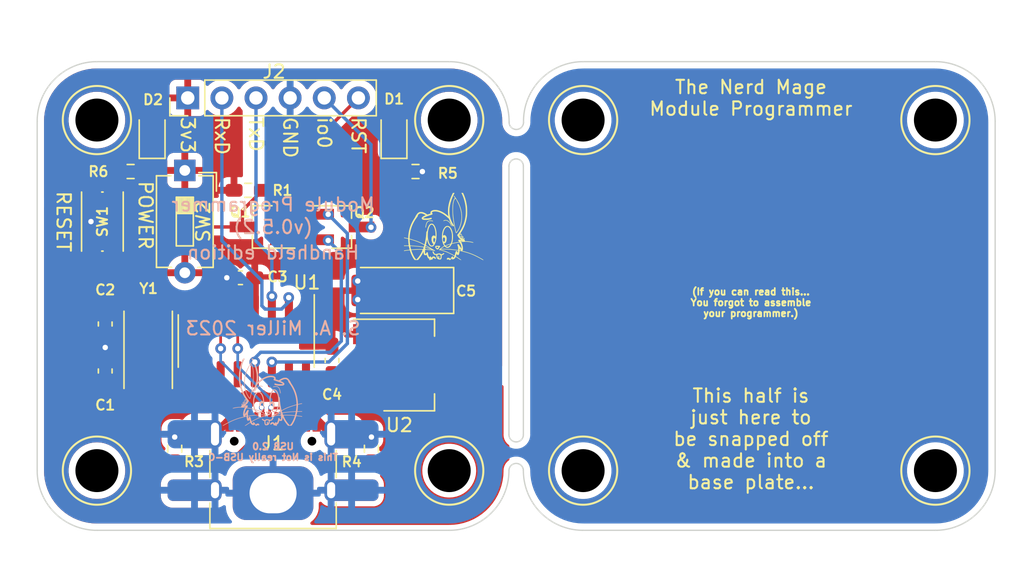
<source format=kicad_pcb>
(kicad_pcb (version 20211014) (generator pcbnew)
  (layers (0 "F.Cu" signal) (31 "B.Cu" signal) (34 "B.Paste" user) (35 "F.Paste" user) (36 "B.SilkS" user "B.Silkscreen") (37 "F.SilkS" user "F.Silkscreen") (38 "B.Mask" user) (39 "F.Mask" user) (44 "Edge.Cuts" user))
  (net 0 "")
  (net 1 "GND")
  (net 2 "Net-(C1-Pad1)")
  (net 3 "Net-(C2-Pad1)")
  (net 4 "RxD")
  (net 5 "TxD")
  (net 6 "RST")
  (net 7 "io0")
  (net 8 "DCD")
  (net 9 "RI")
  (net 10 "DSR")
  (net 11 "CTS")
  (net 12 "DTR")
  (net 13 "RTS")
  (net 14 "Vcc")
  (net 15 "UD+")
  (net 16 "UD-")
  (net 17 "+3.3V")
  (net 19 "Vsw")
  (net 22 "CC1")
  (net 23 "CC2")
  (net 24 "Net-(D1-Pad1)")
  (net 25 "Net-(D2-Pad1)")
  (footprint "Tinker:C_0603_1608Metric_Pad1.08x0.95mm_HandSolder" (layer "F.Cu") (at 137.51 109.217455 -90)
    (fp_text reference "C2" (at -2.54 0) (layer "F.SilkS") (effects (font (size 0.75 0.75))))
    (fp_text value "20p")
    (pad "1" smd roundrect (at -1.0625 0 270) (size 1.275 0.95) (layers "F.Cu" "F.Paste" "F.Mask") (net 3 "Net-(C2-Pad1)"))
    (pad "2" smd roundrect (at 1.0625 0 270) (size 1.275 0.95) (layers "F.Cu" "F.Paste" "F.Mask") (net 1 "GND"))
  )
  (footprint "Capacitor_Tantalum_SMD:CP_EIA-6032-28_Kemet-C_Pad2.25x2.35mm_HandSolder" (layer "F.Cu") (at 159.505545 106.722019 180)
    (fp_text reference "C5" (at -4.857981 -0.04394) (layer "F.SilkS") (effects (font (size 0.75 0.75))))
    (fp_text value "22uf")
    (pad "1" smd roundrect (at -2.55 0 180) (size 2.25 2.35) (layers "F.Cu" "F.Paste" "F.Mask") (roundrect_rratio 0.1111111111) (net 17 "+3.3V"))
    (pad "2" smd roundrect (at 2.55 0 180) (size 2.25 2.35) (layers "F.Cu" "F.Paste" "F.Mask") (roundrect_rratio 0.1111111111) (net 1 "GND"))
  )
  (footprint "Tinker:Mount" (layer "F.Cu") (at 136.892 120.139455)
    (fp_text reference "REF**" hide)
    (fp_text value "Mount" hide)
    (pad "" np_thru_hole circle (at 0 0) (size 3.2 3.2) (drill 3.2) (layers *.Mask))
  )
  (footprint "Tinker:USB_C_Receptacle_HRO_TYPE-C-31-M-12" (layer "F.Cu") (at 150 120.547455)
    (fp_text reference "J1" (at 0 -2.44) (layer "F.SilkS"))
    (fp_text value "USB_C_Receptacle_USB2.0")
    (pad "" np_thru_hole circle (at -2.89 -2.6) (size 0.65 0.65) (drill 0.65) (layers *.Mask))
    (pad "" np_thru_hole circle (at 2.89 -2.6) (size 0.65 0.65) (drill 0.65) (layers *.Mask))
    (pad "A1" smd rect (at -3.25 -4.045) (size 0.6 1.45) (layers "F.Cu" "F.Paste" "F.Mask") (net 1 "GND"))
    (pad "A4" smd rect (at -2.45 -4.045) (size 0.6 1.45) (layers "F.Cu" "F.Paste" "F.Mask") (net 14 "Vcc"))
    (pad "A5" smd rect (at -1.25 -4.045) (size 0.3 1.45) (layers "F.Cu" "F.Paste" "F.Mask") (net 22 "CC1"))
    (pad "A6" smd rect (at -0.25 -4.045) (size 0.3 1.45) (layers "F.Cu" "F.Paste" "F.Mask") (net 15 "UD+"))
    (pad "A7" smd rect (at 0.25 -4.045) (size 0.3 1.45) (layers "F.Cu" "F.Paste" "F.Mask") (net 16 "UD-"))
    (pad "A8" smd rect (at 1.25 -4.045) (size 0.3 1.45) (layers "F.Cu" "F.Paste" "F.Mask"))
    (pad "A9" smd rect (at 2.45 -4.045) (size 0.6 1.45) (layers "F.Cu" "F.Paste" "F.Mask") (net 14 "Vcc"))
    (pad "A12" smd rect (at 3.25 -4.045) (size 0.6 1.45) (layers "F.Cu" "F.Paste" "F.Mask") (net 1 "GND"))
    (pad "B1" smd rect (at 3.25 -4.045) (size 0.6 1.45) (layers "F.Cu" "F.Paste" "F.Mask") (net 1 "GND"))
    (pad "B4" smd rect (at 2.45 -4.045) (size 0.6 1.45) (layers "F.Cu" "F.Paste" "F.Mask") (net 14 "Vcc"))
    (pad "B5" smd rect (at 1.75 -4.045) (size 0.3 1.45) (layers "F.Cu" "F.Paste" "F.Mask") (net 23 "CC2"))
    (pad "B6" smd rect (at 0.75 -4.045) (size 0.3 1.45) (layers "F.Cu" "F.Paste" "F.Mask") (net 15 "UD+"))
    (pad "B7" smd rect (at -0.75 -4.045) (size 0.3 1.45) (layers "F.Cu" "F.Paste" "F.Mask") (net 16 "UD-"))
    (pad "B8" smd rect (at -1.75 -4.045) (size 0.3 1.45) (layers "F.Cu" "F.Paste" "F.Mask"))
    (pad "B9" smd rect (at -2.45 -4.045) (size 0.6 1.45) (layers "F.Cu" "F.Paste" "F.Mask") (net 14 "Vcc"))
    (pad "B12" smd rect (at -3.25 -4.045) (size 0.6 1.45) (layers "F.Cu" "F.Paste" "F.Mask") (net 1 "GND"))
    (pad "S1" smd roundrect (at -5.846965 -3.118205) (size 4 2.1) (layers "B.Cu" "B.Paste" "B.Mask") (net 1 "GND"))
    (pad "S1" thru_hole oval (at 4.32 -3.13) (size 1 2.1) (drill oval 0.6 1.7) (layers *.Cu *.Mask) (net 1 "GND"))
    (pad "S1" smd roundrect (at 5.096965 -3.118205) (size 2.5 2.1) (layers "F.Cu" "F.Paste" "F.Mask") (net 1 "GND"))
    (pad "S1" smd roundrect (at -5.846965 1.05) (size 4 1.6) (layers "F.Cu" "F.Paste" "F.Mask") (net 1 "GND"))
    (pad "S1" smd roundrect (at -5.846965 1.05) (size 4 1.6) (layers "B.Cu" "B.Paste" "B.Mask") (net 1 "GND"))
    (pad "S1" thru_hole oval (at 4.32 1.05) (size 1 1.6) (drill oval 0.6 1.2) (layers *.Cu *.Mask) (net 1 "GND"))
    (pad "S1" thru_hole oval (at -4.32 1.05) (size 1 1.6) (drill oval 0.6 1.2) (layers *.Cu *.Mask) (net 1 "GND"))
    (pad "S1" thru_hole oval (at -4.32 -3.13) (size 1 2.1) (drill oval 0.6 1.7) (layers *.Cu *.Mask) (net 1 "GND"))
    (pad "S1" smd roundrect (at 5.846965 1.05) (size 4 1.6) (layers "B.Cu" "B.Paste" "B.Mask") (net 1 "GND"))
    (pad "S1" smd roundrect (at 5.846965 1.05) (size 4 1.6) (layers "F.Cu" "F.Paste" "F.Mask") (net 1 "GND"))
    (pad "S1" thru_hole roundrect (at 0 1.27 180) (size 6 4) (drill oval 3.5 3) (layers *.Cu *.Mask) (net 1 "GND"))
    (pad "S1" smd roundrect (at 5.846965 -3.118205) (size 4 2.1) (layers "B.Cu" "B.Paste" "B.Mask") (net 1 "GND"))
    (pad "S1" smd roundrect (at -5.096965 -3.118205) (size 2.5 2.1) (layers "F.Cu" "F.Paste" "F.Mask") (net 1 "GND"))
  )
  (footprint "Tinker:Mount" (layer "F.Cu") (at 199.288 94.029455)
    (fp_text reference "REF**" hide)
    (fp_text value "Mount" hide)
    (pad "" np_thru_hole circle (at 0 0) (size 3.2 3.2) (drill 3.2) (layers *.Mask))
  )
  (footprint "Tinker:Mount" (layer "F.Cu") (at 163.108 120.139455)
    (fp_text reference "REF**" hide)
    (fp_text value "Mount" hide)
    (pad "" np_thru_hole circle (at 0 0) (size 3.2 3.2) (drill 3.2) (layers *.Mask))
  )
  (footprint "Crystal:Crystal_SMD_5032-2Pin_5.0x3.2mm" (layer "F.Cu") (at 140.706663 110.967455 90)
    (fp_text reference "Y1" (at 4.39 0.031943) (layer "F.SilkS") (effects (font (size 0.75 0.75))))
    (fp_text value "12M")
    (pad "1" smd rect (at -2.35 0 90) (size 3 2.4) (layers "F.Cu" "F.Paste" "F.Mask") (net 2 "Net-(C1-Pad1)"))
    (pad "2" smd rect (at 2.35 0 90) (size 3 2.4) (layers "F.Cu" "F.Paste" "F.Mask") (net 3 "Net-(C2-Pad1)"))
  )
  (footprint "Tinker:Mount" (layer "F.Cu") (at 173.072 120.139455)
    (fp_text reference "REF**" hide)
    (fp_text value "Mount" hide)
    (pad "" np_thru_hole circle (at 0 0) (size 3.2 3.2) (drill 3.2) (layers *.Mask))
  )
  (footprint "Tinker:PinHeader_1x06_P2.54mm_Vertical" (layer "F.Cu") (at 143.65 92.38 90)
    (fp_text reference "J2" (at 1.957324 6.425184 180) (layer "F.SilkS"))
    (fp_text value "Conn_01x06_Male")
    (pad "1" thru_hole rect (at 0 0 90) (size 1.7 1.7) (drill 1) (layers *.Cu *.Mask) (net 19 "Vsw"))
    (pad "2" thru_hole oval (at 0 2.54 90) (size 1.7 1.7) (drill 1) (layers *.Cu *.Mask) (net 4 "RxD"))
    (pad "3" thru_hole oval (at 0 5.08 90) (size 1.7 1.7) (drill 1) (layers *.Cu *.Mask) (net 5 "TxD"))
    (pad "4" thru_hole oval (at 0 7.62 90) (size 1.7 1.7) (drill 1) (layers *.Cu *.Mask) (net 1 "GND"))
    (pad "5" thru_hole oval (at 0 10.16 90) (size 1.7 1.7) (drill 1) (layers *.Cu *.Mask) (net 7 "io0"))
    (pad "6" thru_hole oval (at 0 12.7 90) (size 1.7 1.7) (drill 1) (layers *.Cu *.Mask) (net 6 "RST"))
  )
  (footprint "Package_TO_SOT_SMD:SOT-23_Handsoldering" (layer "F.Cu") (at 149.221453 101.990491 180)
    (fp_text reference "Q1" (at 1.674448 1.113434) (layer "F.SilkS") (effects (font (size 0.75 0.75))))
    (fp_text value "MMBT3904")
    (pad "1" smd rect (at -1.5 -0.95 180) (size 1.9 0.8) (layers "F.Cu" "F.Paste" "F.Mask") (net 12 "DTR"))
    (pad "2" smd rect (at -1.5 0.95 180) (size 1.9 0.8) (layers "F.Cu" "F.Paste" "F.Mask") (net 13 "RTS"))
    (pad "3" smd rect (at 1.5 0 180) (size 1.9 0.8) (layers "F.Cu" "F.Paste" "F.Mask") (net 6 "RST"))
  )
  (footprint "Tinker:R_0603_1608Metric_Pad0.98x0.95mm_HandSolder" (layer "F.Cu") (at 142.68 118.507455 90)
    (fp_text reference "R3" (at -0.9668 1.439812) (layer "F.SilkS") (effects (font (size 0.75 0.75))))
    (fp_text value "5k1")
    (pad "1" smd roundrect (at -1.0625 0 90) (size 1.275 0.95) (layers "F.Cu" "F.Paste" "F.Mask") (net 22 "CC1"))
    (pad "2" smd roundrect (at 1.0625 0 90) (size 1.275 0.95) (layers "F.Cu" "F.Paste" "F.Mask") (net 1 "GND"))
  )
  (footprint "Tinker:R_0603_1608Metric_Pad0.98x0.95mm_HandSolder" (layer "F.Cu") (at 157.32 118.507455 90)
    (fp_text reference "R4" (at -0.979818 -1.470937) (layer "F.SilkS") (effects (font (size 0.75 0.75))))
    (fp_text value "5k1")
    (pad "1" smd roundrect (at -1.0625 0 90) (size 1.275 0.95) (layers "F.Cu" "F.Paste" "F.Mask") (net 23 "CC2"))
    (pad "2" smd roundrect (at 1.0625 0 90) (size 1.275 0.95) (layers "F.Cu" "F.Paste" "F.Mask") (net 1 "GND"))
  )
  (footprint "Tinker:Mount" (layer "F.Cu") (at 136.892 94.029455)
    (fp_text reference "REF**" hide)
    (fp_text value "Mount" hide)
    (pad "" np_thru_hole circle (at 0 0) (size 3.2 3.2) (drill 3.2) (layers *.Mask))
  )
  (footprint "Tinker:SW_DIP_SPSTx01_Slide_6.7x4.1mm_W7.62mm_P2.54mm_LowProfile" (layer "F.Cu") (at 143.433 101.590491 -90)
    (fp_text reference "SW2" (at 0.009624 -1.373823 90) (layer "F.SilkS"))
    (fp_text value "SW_DIP_x01")
    (pad "1" thru_hole rect (at -3.81 0 270) (size 1.6 1.6) (drill 0.8) (layers *.Cu *.Mask) (net 19 "Vsw"))
    (pad "2" thru_hole oval (at 3.81 0 270) (size 1.6 1.6) (drill 0.8) (layers *.Cu *.Mask) (net 17 "+3.3V"))
  )
  (footprint "Tinker:C_0603_1608Metric_Pad1.08x0.95mm_HandSolder" (layer "F.Cu") (at 154.387518 111.930933 90)
    (fp_text reference "C4" (at -2.54 0) (layer "F.SilkS") (effects (font (size 0.75 0.75))))
    (fp_text value "100nf")
    (pad "1" smd roundrect (at -1.0625 0 90) (size 1.275 0.95) (layers "F.Cu" "F.Paste" "F.Mask") (net 14 "Vcc"))
    (pad "2" smd roundrect (at 1.0625 0 90) (size 1.275 0.95) (layers "F.Cu" "F.Paste" "F.Mask") (net 1 "GND"))
  )
  (footprint "Package_SO:SOIC-16_3.9x9.9mm_P1.27mm" (layer "F.Cu") (at 148.005 110.487455 -90)
    (fp_text reference "U1" (at -4.358951 -4.515147) (layer "F.SilkS"))
    (fp_text value "CH340G")
    (pad "1" smd roundrect (at -2.475 -4.445 270) (size 1.95 0.6) (layers "F.Cu" "F.Paste" "F.Mask") (net 1 "GND"))
    (pad "2" smd roundrect (at -2.475 -3.175 270) (size 1.95 0.6) (layers "F.Cu" "F.Paste" "F.Mask") (net 4 "RxD"))
    (pad "3" smd roundrect (at -2.475 -1.905 270) (size 1.95 0.6) (layers "F.Cu" "F.Paste" "F.Mask") (net 5 "TxD"))
    (pad "4" smd roundrect (at -2.475 -0.635 270) (size 1.95 0.6) (layers "F.Cu" "F.Paste" "F.Mask") (net 17 "+3.3V"))
    (pad "5" smd roundrect (at -2.475 0.635 270) (size 1.95 0.6) (layers "F.Cu" "F.Paste" "F.Mask") (net 15 "UD+"))
    (pad "6" smd roundrect (at -2.475 1.905 270) (size 1.95 0.6) (layers "F.Cu" "F.Paste" "F.Mask") (net 16 "UD-"))
    (pad "7" smd roundrect (at -2.475 3.175 270) (size 1.95 0.6) (layers "F.Cu" "F.Paste" "F.Mask") (net 2 "Net-(C1-Pad1)"))
    (pad "8" smd roundrect (at -2.475 4.445 270) (size 1.95 0.6) (layers "F.Cu" "F.Paste" "F.Mask") (net 3 "Net-(C2-Pad1)"))
    (pad "9" smd roundrect (at 2.475 4.445 270) (size 1.95 0.6) (layers "F.Cu" "F.Paste" "F.Mask") (net 11 "CTS"))
    (pad "10" smd roundrect (at 2.475 3.175 270) (size 1.95 0.6) (layers "F.Cu" "F.Paste" "F.Mask") (net 10 "DSR"))
    (pad "11" smd roundrect (at 2.475 1.905 270) (size 1.95 0.6) (layers "F.Cu" "F.Paste" "F.Mask") (net 9 "RI"))
    (pad "12" smd roundrect (at 2.475 0.635 270) (size 1.95 0.6) (layers "F.Cu" "F.Paste" "F.Mask") (net 8 "DCD"))
    (pad "13" smd roundrect (at 2.475 -0.635 270) (size 1.95 0.6) (layers "F.Cu" "F.Paste" "F.Mask") (net 12 "DTR"))
    (pad "14" smd roundrect (at 2.475 -1.905 270) (size 1.95 0.6) (layers "F.Cu" "F.Paste" "F.Mask") (net 13 "RTS"))
    (pad "15" smd roundrect (at 2.475 -3.175 270) (size 1.95 0.6) (layers "F.Cu" "F.Paste" "F.Mask"))
    (pad "16" smd roundrect (at 2.475 -4.445 270) (size 1.95 0.6) (layers "F.Cu" "F.Paste" "F.Mask") (net 14 "Vcc"))
  )
  (footprint "Tinker:R_0603_1608Metric_Pad0.98x0.95mm_HandSolder" (layer "F.Cu") (at 160.6 97.862287)
    (fp_text reference "R5" (at 2.4 0.134539 180) (layer "F.SilkS") (effects (font (size 0.75 0.75))))
    (fp_text value "2K2")
    (pad "1" smd roundrect (at -1.0625 0) (size 1.275 0.95) (layers "F.Cu" "F.Paste" "F.Mask") (net 24 "Net-(D1-Pad1)"))
    (pad "2" smd roundrect (at 1.0625 0) (size 1.275 0.95) (layers "F.Cu" "F.Paste" "F.Mask") (net 1 "GND"))
  )
  (footprint "Rabbit:rabbit" (layer "F.Cu") (at 163.073996 101.952784)
    (fp_text reference "G***" hide)
    (fp_text value "LOGO" hide)
  )
  (footprint "Tinker:Mount" (layer "F.Cu") (at 173.072 94.029455)
    (fp_text reference "REF**" hide)
    (fp_text value "Mount" hide)
    (pad "" np_thru_hole circle (at 0 0) (size 3.2 3.2) (drill 3.2) (layers *.Mask))
  )
  (footprint "Tinker:SW_Push_TS273014TP" (layer "F.Cu") (at 137.3 101.590491 -90)
    (fp_text reference "SW1" (at 0 0 90) (layer "F.SilkS") (effects (font (size 0.75 0.75))))
    (fp_text value "SW_Push")
    (pad "1" smd rect (at -1.85 -0.85 270) (size 1.6 0.6) (layers "F.Cu" "F.Paste" "F.Mask") (net 6 "RST"))
    (pad "1" smd rect (at 1.85 -0.85 270) (size 1.6 0.6) (layers "F.Cu" "F.Paste" "F.Mask") (net 6 "RST"))
    (pad "2" smd rect (at -1.85 0.85 270) (size 1.6 0.6) (layers "F.Cu" "F.Paste" "F.Mask") (net 1 "GND"))
    (pad "2" smd rect (at 1.85 0.85 270) (size 1.6 0.6) (layers "F.Cu" "F.Paste" "F.Mask") (net 1 "GND"))
  )
  (footprint "Package_TO_SOT_SMD:SOT-23_Handsoldering" (layer "F.Cu") (at 155.08 101.994172)
    (fp_text reference "Q2" (at 1.710332 -1.073861) (layer "F.SilkS") (effects (font (size 0.75 0.75))))
    (fp_text value "MMBT3904")
    (pad "1" smd rect (at -1.5 -0.95) (size 1.9 0.8) (layers "F.Cu" "F.Paste" "F.Mask") (net 13 "RTS"))
    (pad "2" smd rect (at -1.5 0.95) (size 1.9 0.8) (layers "F.Cu" "F.Paste" "F.Mask") (net 12 "DTR"))
    (pad "3" smd rect (at 1.5 0) (size 1.9 0.8) (layers "F.Cu" "F.Paste" "F.Mask") (net 7 "io0"))
  )
  (footprint "Tinker:R_0603_1608Metric_Pad0.98x0.95mm_HandSolder" (layer "F.Cu") (at 139.4 97.862287 180)
    (fp_text reference "R6" (at 2.4 -0.00632 180) (layer "F.SilkS") (effects (font (size 0.75 0.75))))
    (fp_text value "2K2")
    (pad "1" smd roundrect (at -1.0625 0 180) (size 1.275 0.95) (layers "F.Cu" "F.Paste" "F.Mask") (net 25 "Net-(D2-Pad1)"))
    (pad "2" smd roundrect (at 1.0625 0 180) (size 1.275 0.95) (layers "F.Cu" "F.Paste" "F.Mask") (net 1 "GND"))
  )
  (footprint "LED_SMD:LED_0805_2012Metric_Pad1.15x1.40mm_HandSolder" (layer "F.Cu") (at 159 95.025 90)
    (fp_text reference "D1" (at 2.560701 0.00966) (layer "F.SilkS") (effects (font (size 0.75 0.75))))
    (fp_text value "LED")
    (pad "1" smd roundrect (at -1.025 0 90) (size 1.15 1.4) (layers "F.Cu" "F.Paste" "F.Mask") (roundrect_rratio 0.2173913043) (net 24 "Net-(D1-Pad1)"))
    (pad "2" smd roundrect (at 1.025 0 90) (size 1.15 1.4) (layers "F.Cu" "F.Paste" "F.Mask") (roundrect_rratio 0.2173913043) (net 17 "+3.3V"))
  )
  (footprint "Tinker:C_0603_1608Metric_Pad1.08x0.95mm_HandSolder" (layer "F.Cu") (at 137.51 112.717455 90)
    (fp_text reference "C1" (at -2.54 0) (layer "F.SilkS") (effects (font (size 0.75 0.75))))
    (fp_text value "20p")
    (pad "1" smd roundrect (at -1.0625 0 90) (size 1.275 0.95) (layers "F.Cu" "F.Paste" "F.Mask") (net 2 "Net-(C1-Pad1)"))
    (pad "2" smd roundrect (at 1.0625 0 90) (size 1.275 0.95) (layers "F.Cu" "F.Paste" "F.Mask") (net 1 "GND"))
  )
  (footprint "LED_SMD:LED_0805_2012Metric_Pad1.15x1.40mm_HandSolder" (layer "F.Cu") (at 141 95.025 90)
    (fp_text reference "D2" (at 2.511709 0.071764 180) (layer "F.SilkS") (effects (font (size 0.75 0.75))))
    (fp_text value "LED")
    (pad "1" smd roundrect (at -1.025 0 90) (size 1.15 1.4) (layers "F.Cu" "F.Paste" "F.Mask") (roundrect_rratio 0.2173913043) (net 25 "Net-(D2-Pad1)"))
    (pad "2" smd roundrect (at 1.025 0 90) (size 1.15 1.4) (layers "F.Cu" "F.Paste" "F.Mask") (roundrect_rratio 0.2173913043) (net 19 "Vsw"))
  )
  (footprint "Tinker:Mount" (layer "F.Cu") (at 199.288 120.139455)
    (fp_text reference "REF**" hide)
    (fp_text value "Mount" hide)
    (pad "" np_thru_hole circle (at 0 0) (size 3.2 3.2) (drill 3.2) (layers *.Mask))
  )
  (footprint "Package_TO_SOT_SMD:SOT-223-3_TabPin2" (layer "F.Cu") (at 160.105545 112.273364)
    (fp_text reference "U2" (at -0.711477 4.476729) (layer "F.SilkS"))
    (fp_text value "AMS1117-3.3")
    (pad "1" smd rect (at -3.15 -2.3) (size 2 1.5) (layers "F.Cu" "F.Paste" "F.Mask") (net 1 "GND"))
    (pad "2" smd rect (at -3.15 0) (size 2 1.5) (layers "F.Cu" "F.Paste" "F.Mask") (net 17 "+3.3V"))
    (pad "2" smd rect (at 3.15 0) (size 2 3.8) (layers "F.Cu" "F.Paste" "F.Mask") (net 17 "+3.3V"))
    (pad "3" smd rect (at -3.15 2.3) (size 2 1.5) (layers "F.Cu" "F.Paste" "F.Mask") (net 14 "Vcc"))
  )
  (footprint "Tinker:C_0603_1608Metric_Pad1.08x0.95mm_HandSolder" (layer "F.Cu") (at 147.57359 105.77372 180)
    (fp_text reference "C3" (at -2.75772 0.06892) (layer "F.SilkS") (effects (font (size 0.75 0.75))))
    (fp_text value "10nf")
    (pad "1" smd roundrect (at -1.0625 0 180) (size 1.275 0.95) (layers "F.Cu" "F.Paste" "F.Mask") (net 17 "+3.3V"))
    (pad "2" smd roundrect (at 1.0625 0 180) (size 1.275 0.95) (layers "F.Cu" "F.Paste" "F.Mask") (net 1 "GND"))
  )
  (footprint "Tinker:R_0603_1608Metric_Pad0.98x0.95mm_HandSolder" (layer "F.Cu") (at 148.154241 99.262498)
    (fp_text reference "R1" (at 2.545759 0.006202) (layer "F.SilkS") (effects (font (size 0.75 0.75))))
    (fp_text value "10K")
    (pad "1" smd roundrect (at -1.0625 0) (size 1.275 0.95) (layers "F.Cu" "F.Paste" "F.Mask") (net 19 "Vsw"))
    (pad "2" smd roundrect (at 1.0625 0) (size 1.275 0.95) (layers "F.Cu" "F.Paste" "F.Mask") (net 6 "RST"))
  )
  (footprint "Tinker:Mount" (layer "F.Cu") (at 163.108 94.029455)
    (fp_text reference "REF**" hide)
    (fp_text value "Mount" hide)
    (pad "" np_thru_hole circle (at 0 0) (size 3.2 3.2) (drill 3.2) (layers *.Mask))
  )
  (footprint "Rabbit:rabbit" (layer "B.Cu") (at 148.83 114.297455 180)
    (fp_text reference "G***" hide)
    (fp_text value "LOGO" hide)
  )
  (gr_line (start 163.108 89.679545) (end 136.892001 89.679545) (layer "Edge.Cuts") (width 0.1))
  (gr_arc (start 132.447 94.124546) (mid 133.748933 90.981497) (end 136.892001 89.679545) (layer "Edge.Cuts") (width 0.1))
  (gr_arc (start 203.733 120.139454) (mid 202.431112 123.282566) (end 199.288 124.584454) (layer "Edge.Cuts") (width 0.1))
  (gr_arc (start 168.63807 94.191881) (mid 169.908926 91.006043) (end 173.072001 89.679545) (layer "Edge.Cuts") (width 0.1))
  (gr_arc (start 199.288 89.679544) (mid 202.431113 90.981451) (end 203.733001 94.124545) (layer "Edge.Cuts") (width 0.1))
  (gr_arc (start 173.072 124.584454) (mid 169.92892 123.282534) (end 168.627 120.139454) (layer "Edge.Cuts") (width 0.1))
  (gr_arc (start 167.553 120.139454) (mid 166.25109 123.282544) (end 163.108 124.584454) (layer "Edge.Cuts") (width 0.1))
  (gr_line (start 203.733 120.139454) (end 203.733001 94.124545) (layer "Edge.Cuts") (width 0.1))
  (gr_arc (start 168.63807 94.191881) (mid 168.10107 94.728881) (end 167.56407 94.191881) (layer "Edge.Cuts") (width 0.1))
  (gr_arc (start 167.553 97.46) (mid 168.09 96.923) (end 168.627 97.46) (layer "Edge.Cuts") (width 0.1))
  (gr_arc (start 163.108 89.679544) (mid 166.278873 91.004631) (end 167.56407 94.191881) (layer "Edge.Cuts") (width 0.1))
  (gr_arc (start 167.553 120.139454) (mid 168.09 119.602454) (end 168.627 120.139454) (layer "Edge.Cuts") (width 0.1))
  (gr_line (start 168.627 97.46) (end 168.627 117.463) (layer "Edge.Cuts") (width 0.1))
  (gr_line (start 136.892 124.584454) (end 163.108 124.584454) (layer "Edge.Cuts") (width 0.1))
  (gr_arc (start 168.627 117.463) (mid 168.09 118) (end 167.553 117.463) (layer "Edge.Cuts") (width 0.1))
  (gr_line (start 199.288 89.679544) (end 173.072001 89.679545) (layer "Edge.Cuts") (width 0.1))
  (gr_line (start 173.072 124.584454) (end 199.288 124.584454) (layer "Edge.Cuts") (width 0.1))
  (gr_line (start 132.447 94.124546) (end 132.447 120.139454) (layer "Edge.Cuts") (width 0.1))
  (gr_arc (start 136.892 124.584454) (mid 133.748911 123.282544) (end 132.447 120.139454) (layer "Edge.Cuts") (width 0.1))
  (gr_line (start 167.553 97.46) (end 167.553 117.463) (layer "Edge.Cuts") (width 0.1))
  (gr_text "Handheld edition" (at 150 103.896439) (layer "B.SilkS") (effects (font (size 1 1)) (justify mirror)))
  (gr_text "Module Programmer" (at 150 100.327455) (layer "B.SilkS") (effects (font (size 1 1)) (justify mirror)))
  (gr_text "USB 2.0\nThis is Not really USB-C" (at 149.999999 118.742813) (layer "B.SilkS") (effects (font (size 0.5 0.5) (thickness 0.125)) (justify mirror)))
  (gr_text "S. A. Miller 2023" (at 150 109.541155) (layer "B.SilkS") (effects (font (size 1 1)) (justify mirror)))
  (gr_text "(v0.5.2)" (at 150 101.997455) (layer "B.SilkS") (effects (font (size 1 1)) (justify mirror)))
  (gr_text "io0" (at 153.81 93.71 -90) (layer "F.SilkS") (effects (font (size 1 1)) (justify left)))
  (gr_text "TxD" (at 148.73 93.71 -90) (layer "F.SilkS") (effects (font (size 1 1)) (justify left)))
  (gr_text "RST" (at 156.35 93.71 -90) (layer "F.SilkS") (effects (font (size 1 1)) (justify left)))
  (gr_text "POWER" (at 140.509453 101.121199 270) (layer "F.SilkS") (effects (font (size 1 1))))
  (gr_text "GND" (at 151.27 93.71 -90) (layer "F.SilkS") (effects (font (size 1 1)) (justify left)))
  (gr_text "(If you can read this...\nYou forgot to assemble\nyour programmer.)" (at 185.56 107.62) (layer "F.SilkS") (effects (font (size 0.5 0.5) (thickness 0.125))))
  (gr_text "This half is\njust here to\nbe snapped off\n& made into a\nbase plate..." (at 185.56 117.78) (layer "F.SilkS") (effects (font (size 1 1))))
  (gr_text "RESET" (at 134.409789 101.590491 270) (layer "F.SilkS") (effects (font (size 1 1))))
  (gr_text "3v3" (at 143.65 93.71 -90) (layer "F.SilkS") (effects (font (size 1 1)) (justify left)))
  (gr_text "RxD" (at 146.19 93.71 -90) (layer "F.SilkS") (effects (font (size 1 1)) (justify left)))
  (gr_text "The Nerd Mage\nModule Programmer" (at 185.56 92.38) (layer "F.SilkS") (effects (font (size 1 1))))
  (segment (start 146.595 116.502455) (end 145.68 117.417455) (width 0.6) (layer "F.Cu") (net 1))
  (segment (start 146.75 116.502455) (end 146.595 116.502455) (width 0.6) (layer "F.Cu") (net 1))
  (segment (start 153.25 116.502455) (end 153.405 116.502455) (width 0.6) (layer "F.Cu") (net 1))
  (segment (start 142.68 117.637455) (end 144.69483 117.637455) (width 0.25) (layer "F.Cu") (net 1))
  (segment (start 153.405 116.502455) (end 154.32 117.417455) (width 0.6) (layer "F.Cu") (net 1))
  (segment (start 136.45 98.461045) (end 136.45 99.740491) (width 0.25) (layer "F.Cu") (net 1))
  (segment (start 138.3375 97.862287) (end 137.048758 97.862287) (width 0.25) (layer "F.Cu") (net 1))
  (segment (start 136.45 99.740491) (end 136.45 103.440491) (width 0.25) (layer "F.Cu") (net 1))
  (segment (start 157.32 117.637455) (end 155.30517 117.637455) (width 0.25) (layer "F.Cu") (net 1))
  (segment (start 144.69483 117.637455) (end 144.903035 117.42925) (width 0.25) (layer "F.Cu") (net 1))
  (segment (start 155.30517 117.637455) (end 155.096965 117.42925) (width 0.25) (layer "F.Cu") (net 1))
  (segment (start 137.048758 97.862287) (end 136.45 98.461045) (width 0.25) (layer "F.Cu") (net 1))
  (via (at 146.55759 105.77372) (size 0.8) (drill 0.4) (layers "F.Cu" "B.Cu") (net 1))
  (via (at 142.68 117.637455) (size 0.8) (drill 0.4) (layers "F.Cu" "B.Cu") (net 1))
  (via (at 137.51 110.967455) (size 0.8) (drill 0.4) (layers "F.Cu" "B.Cu") (net 1))
  (via (at 156.3 106.015601) (size 0.8) (drill 0.4) (layers "F.Cu" "B.Cu") (net 1))
  (via (at 161.110836 97.866252) (size 0.8) (drill 0.4) (layers "F.Cu" "B.Cu") (net 1))
  (via (at 156.3 107.402273) (size 0.8) (drill 0.4) (layers "F.Cu" "B.Cu") (net 1))
  (via (at 157.32 117.637455) (size 0.8) (drill 0.4) (layers "F.Cu" "B.Cu") (net 1))
  (via (at 136.45 101.590491) (size 0.8) (drill 0.4) (layers "F.Cu" "B.Cu") (net 1))
  (segment (start 137.51 113.579955) (end 137.7725 113.317455) (width 0.25) (layer "F.Cu") (net 2))
  (segment (start 140.82 113.317455) (end 140.706663 113.317455) (width 0.25) (layer "F.Cu") (net 2))
  (segment (start 144.83 109.307455) (end 140.82 113.317455) (width 0.25) (layer "F.Cu") (net 2))
  (segment (start 137.7725 113.317455) (end 140.706663 113.317455) (width 0.25) (layer "F.Cu") (net 2))
  (segment (start 144.83 108.012455) (end 144.83 109.307455) (width 0.25) (layer "F.Cu") (net 2))
  (segment (start 137.7725 108.617455) (end 140.706663 108.617455) (width 0.25) (layer "F.Cu") (net 3))
  (segment (start 143.56 108.012455) (end 142.955 108.617455) (width 0.25) (layer "F.Cu") (net 3))
  (segment (start 137.51 108.354955) (end 137.7725 108.617455) (width 0.25) (layer "F.Cu") (net 3))
  (segment (start 142.955 108.617455) (end 140.706663 108.617455) (width 0.25) (layer "F.Cu") (net 3))
  (via (at 151.163498 107.247455) (size 0.8) (drill 0.4) (layers "F.Cu" "B.Cu") (net 4))
  (segment (start 149.168195 105.997301) (end 149.168195 107.864875) (width 0.25) (layer "B.Cu") (net 4))
  (segment (start 149.168195 107.864875) (end 149.411792 108.108472) (width 0.25) (layer "B.Cu") (net 4))
  (segment (start 151.163498 107.574749) (end 151.163498 107.247455) (width 0.25) (layer "B.Cu") (net 4))
  (segment (start 146.19 103.019106) (end 149.168195 105.997301) (width 0.25) (layer "B.Cu") (net 4))
  (segment (start 150.629775 108.108472) (end 151.163498 107.574749) (width 0.25) (layer "B.Cu") (net 4))
  (segment (start 149.411792 108.108472) (end 150.629775 108.108472) (width 0.25) (layer "B.Cu") (net 4))
  (segment (start 146.19 92.38) (end 146.19 103.019106) (width 0.25) (layer "B.Cu") (net 4))
  (via (at 149.91 107.147455) (size 0.8) (drill 0.4) (layers "F.Cu" "B.Cu") (net 5))
  (segment (start 148.73 92.38) (end 148.73 103.041941) (width 0.25) (layer "B.Cu") (net 5))
  (segment (start 148.73 103.041941) (end 149.91 104.221941) (width 0.25) (layer "B.Cu") (net 5))
  (segment (start 149.91 104.221941) (end 149.91 107.147455) (width 0.25) (layer "B.Cu") (net 5))
  (segment (start 147.721453 101.990491) (end 140.614962 101.990491) (width 0.25) (layer "F.Cu") (net 6))
  (segment (start 138.15 101.69) (end 138.15 103.440491) (width 0.25) (layer "F.Cu") (net 6))
  (segment (start 149.467502 99.262498) (end 156.35 92.38) (width 0.25) (layer "F.Cu") (net 6))
  (segment (start 147.721453 101.990491) (end 147.721453 100.757786) (width 0.25) (layer "F.Cu") (net 6))
  (segment (start 147.721453 100.757786) (end 149.216741 99.262498) (width 0.25) (layer "F.Cu") (net 6))
  (segment (start 140.614962 101.990491) (end 140.587998 102.017455) (width 0.25) (layer "F.Cu") (net 6))
  (segment (start 138.15 99.740491) (end 138.15 101.69) (width 0.25) (layer "F.Cu") (net 6))
  (segment (start 149.216741 99.262498) (end 149.467502 99.262498) (width 0.25) (layer "F.Cu") (net 6))
  (segment (start 140.587998 102.017455) (end 138.15 102.017455) (width 0.25) (layer "F.Cu") (net 6))
  (via (at 157.28808 102.018558) (size 0.8) (drill 0.4) (layers "F.Cu" "B.Cu") (net 7))
  (segment (start 157.28808 95.85808) (end 157.28808 102.018558) (width 0.25) (layer "B.Cu") (net 7))
  (segment (start 153.81 92.38) (end 157.28808 95.85808) (width 0.25) (layer "B.Cu") (net 7))
  (segment (start 150.721453 102.940491) (end 153.576319 102.940491) (width 0.25) (layer "F.Cu") (net 12))
  (via (at 148.64 112.047455) (size 0.8) (drill 0.4) (layers "F.Cu" "B.Cu") (net 12))
  (via (at 154.1 102.997589) (size 0.8) (drill 0.4) (layers "F.Cu" "B.Cu") (net 12))
  (segment (start 155.08 110.487455) (end 155.08 103.977589) (width 0.25) (layer "B.Cu") (net 12))
  (segment (start 154.245 111.322455) (end 155.08 110.487455) (width 0.25) (layer "B.Cu") (net 12))
  (segment (start 148.64 111.764455) (end 149.082 111.322455) (width 0.25) (layer "B.Cu") (net 12))
  (segment (start 155.08 103.977589) (end 154.1 102.997589) (width 0.25) (layer "B.Cu") (net 12))
  (segment (start 149.082 111.322455) (end 154.245 111.322455) (width 0.25) (layer "B.Cu") (net 12))
  (segment (start 148.64 112.047455) (end 148.64 111.764455) (width 0.25) (layer "B.Cu") (net 12))
  (segment (start 150.721453 101.040491) (end 153.576319 101.040491) (width 0.25) (layer "F.Cu") (net 13))
  (via (at 154.1 101.050536) (size 0.8) (drill 0.4) (layers "F.Cu" "B.Cu") (net 13))
  (via (at 149.91 112.047455) (size 0.8) (drill 0.4) (layers "F.Cu" "B.Cu") (net 13))
  (segment (start 154.1 101.050536) (end 155.53 102.480536) (width 0.25) (layer "B.Cu") (net 13))
  (segment (start 154.156396 112.047455) (end 149.91 112.047455) (width 0.25) (layer "B.Cu") (net 13))
  (segment (start 155.53 102.480536) (end 155.53 110.673851) (width 0.25) (layer "B.Cu") (net 13))
  (segment (start 155.53 110.673851) (end 154.156396 112.047455) (width 0.25) (layer "B.Cu") (net 13))
  (segment (start 152.45 114.987602) (end 152.228502 114.766104) (width 0.6) (layer "F.Cu") (net 14))
  (segment (start 148.311351 114.766104) (end 151.844585 114.766104) (width 0.5) (layer "F.Cu") (net 14))
  (segment (start 147.55 114.978677) (end 147.762573 114.766104) (width 0.6) (layer "F.Cu") (net 14))
  (segment (start 152.45 115.477455) (end 152.45 114.987602) (width 0.6) (layer "F.Cu") (net 14))
  (segment (start 152.228502 114.766104) (end 151.844585 114.766104) (width 0.6) (layer "F.Cu") (net 14))
  (segment (start 152.45 114.987602) (end 152.45 113.179455) (width 0.6) (layer "F.Cu") (net 14))
  (segment (start 152.45 116.502455) (end 152.45 115.477455) (width 0.6) (layer "F.Cu") (net 14))
  (segment (start 152.228502 114.766104) (end 152.421242 114.573364) (width 0.6) (layer "F.Cu") (net 14))
  (segment (start 154.085909 114.573364) (end 156.955545 114.573364) (width 0.6) (layer "F.Cu") (net 14))
  (segment (start 147.55 116.502455) (end 147.55 114.978677) (width 0.6) (layer "F.Cu") (net 14))
  (segment (start 152.421242 114.573364) (end 154.085909 114.573364) (width 0.6) (layer "F.Cu") (net 14))
  (segment (start 147.762573 114.766104) (end 148.311351 114.766104) (width 0.6) (layer "F.Cu") (net 14))
  (segment (start 149.75 115.527455) (end 149.8 115.477455) (width 0.2) (layer "F.Cu") (net 15))
  (segment (start 147.37 108.012455) (end 147.37 111.047455) (width 0.2) (layer "F.Cu") (net 15))
  (segment (start 149.75 116.502455) (end 149.75 115.527455) (width 0.2) (layer "F.Cu") (net 15))
  (segment (start 150.7 115.477455) (end 150.75 115.527455) (width 0.2) (layer "F.Cu") (net 15))
  (segment (start 149.8 115.477455) (end 150.7 115.477455) (width 0.2) (layer "F.Cu") (net 15))
  (segment (start 150.75 115.527455) (end 150.75 116.502455) (width 0.2) (layer "F.Cu") (net 15))
  (via (at 149.85 115.441595) (size 0.4) (drill 0.3) (layers "F.Cu" "B.Cu") (net 15))
  (via (at 147.37 111.047455) (size 0.8) (drill 0.4) (layers "F.Cu" "B.Cu") (net 15))
  (segment (start 149.85 114.851769) (end 149.85 115.491595) (width 0.2) (layer "B.Cu") (net 15))
  (segment (start 147.37 112.371769) (end 149.85 114.851769) (width 0.2) (layer "B.Cu") (net 15))
  (segment (start 147.37 111.047455) (end 147.37 112.371769) (width 0.2) (layer "B.Cu") (net 15))
  (segment (start 149.3 117.527455) (end 150.2 117.527455) (width 0.2) (layer "F.Cu") (net 16))
  (segment (start 150.25 117.477455) (end 150.25 116.502455) (width 0.2) (layer "F.Cu") (net 16))
  (segment (start 149.25 115.591595) (end 149.15 115.491595) (width 0.2) (layer "F.Cu") (net 16))
  (segment (start 149.25 117.477455) (end 149.3 117.527455) (width 0.2) (layer "F.Cu") (net 16))
  (segment (start 149.25 116.502455) (end 149.25 115.591595) (width 0.2) (layer "F.Cu") (net 16))
  (segment (start 149.25 116.502455) (end 149.25 117.477455) (width 0.2) (layer "F.Cu") (net 16))
  (segment (start 150.2 117.527455) (end 150.25 117.477455) (width 0.2) (layer "F.Cu") (net 16))
  (segment (start 146.1 108.012455) (end 146.1 111.047455) (width 0.2) (layer "F.Cu") (net 16))
  (via (at 149.15 115.441595) (size 0.4) (drill 0.3) (layers "F.Cu" "B.Cu") (net 16))
  (via (at 146.1 111.047455) (size 0.8) (drill 0.4) (layers "F.Cu" "B.Cu") (net 16))
  (segment (start 146.1 111.983382) (end 146.1 111.047455) (width 0.2) (layer "B.Cu") (net 16))
  (segment (start 149.15 115.033382) (end 146.1 111.983382) (width 0.2) (layer "B.Cu") (net 16))
  (segment (start 149.15 115.491595) (end 149.15 115.033382) (width 0.2) (layer "B.Cu") (net 16))
  (segment (start 148.857 105.77763) (end 148.85309 105.77372) (width 0.25) (layer "F.Cu") (net 17))
  (segment (start 148.64 108.012455) (end 148.64 105.77763) (width 0.6) (layer "F.Cu") (net 17))
  (segment (start 146.7075 119.569955) (end 142.68 119.569955) (width 0.25) (layer "F.Cu") (net 22))
  (segment (start 148.725 116.527455) (end 148.725 117.552455) (width 0.25) (layer "F.Cu") (net 22))
  (segment (start 148.725 117.552455) (end 146.7075 119.569955) (width 0.25) (layer "F.Cu") (net 22))
  (segment (start 148.75 116.502455) (end 148.725 116.527455) (width 0.25) (layer "F.Cu") (net 22))
  (segment (start 153.052132 119.569955) (end 151.75 118.267823) (width 0.25) (layer "F.Cu") (net 23))
  (segment (start 151.75 118.267823) (end 151.75 116.502455) (width 0.25) (layer "F.Cu") (net 23))
  (segment (start 157.32 119.569955) (end 153.052132 119.569955) (width 0.25) (layer "F.Cu") (net 23))
  (segment (start 159 96.05) (end 159 97.324787) (width 0.25) (layer "F.Cu") (net 24))
  (segment (start 159 97.324787) (end 159.5375 97.862287) (width 0.25) (layer "F.Cu") (net 24))
  (segment (start 141 96.05) (end 141 97.324787) (width 0.25) (layer "F.Cu") (net 25))
  (segment (start 141 97.324787) (end 140.4625 97.862287) (width 0.25) (layer "F.Cu") (net 25))
  (zone (net 14) (net_name "Vcc") (layer "F.Cu") (connect_pads (clearance 0.4)) (min_thickness 0.254) (fill yes (thermal_gap 0.4) (thermal_bridge_width 0.4))
    (polygon (pts (xy 167.627939 126.993413) (xy 145.937498 126.997454) (xy 145.933717 112.760084) (xy 156.39031 112.760084) (xy 156.377489 113.724739) (xy 167.567224 113.764584)))
  )
  (zone (net 17) (net_name "+3.3V") (layer "F.Cu") (connect_pads (clearance 0.508)) (min_thickness 0.254) (fill yes (thermal_gap 0.508) (thermal_bridge_width 0.508))
    (polygon (pts (xy 167.581675 112.464591) (xy 157.888336 112.459655) (xy 157.865997 105.921436) (xy 149.287243 105.907939) (xy 149.291422 109.06665) (xy 145.342624 109.085943) (xy 145.380156 126.937555) (xy 130.267156 126.937555) (xy 130.268273 100.44239) (xy 148.600842 100.441194) (xy 148.600779 93.333814) (xy 167.540256 93.335585)))
  )
  (zone (net 19) (net_name "Vsw") (layer "F.Cu") (connect_pads (clearance 0.508)) (min_thickness 0.254) (fill yes (thermal_gap 0.508) (thermal_bridge_width 0.508))
    (polygon (pts (xy 167.575597 92.274087) (xy 147.73358 92.278288) (xy 147.765087 99.819228) (xy 130.312478 99.879589) (xy 130.235177 87.194086) (xy 167.575595 87.194087)))
  )
  (zone (net 1) (net_name "GND") (layer "F.Cu") (connect_pads (clearance 0.508)) (min_thickness 0.254) (fill yes (thermal_gap 0.508) (thermal_bridge_width 0.508))
    (polygon (pts (xy 157.18535 106.498277) (xy 157.199255 111.113392) (xy 151.931777 111.13527) (xy 151.934492 106.500162)))
  )
  (zone (net 1) (net_name "GND") (layer "B.Cu") (connect_pads (clearance 0.508)) (min_thickness 0.254) (fill yes (thermal_gap 0.508) (thermal_bridge_width 0.508))
    (polygon (pts (xy 205.88 128.267455) (xy 129.68 128.267455) (xy 129.68 85.087455) (xy 205.88 85.087455)))
  )
)
</source>
